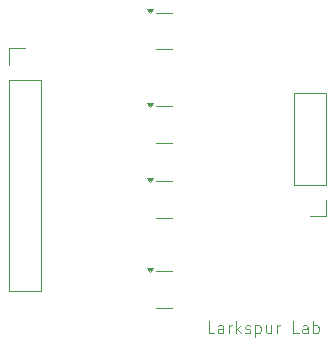
<source format=gbr>
%TF.GenerationSoftware,KiCad,Pcbnew,9.0.1*%
%TF.CreationDate,2025-07-19T07:25:43-04:00*%
%TF.ProjectId,SOT23,534f5432-332e-46b6-9963-61645f706362,rev?*%
%TF.SameCoordinates,Original*%
%TF.FileFunction,Legend,Top*%
%TF.FilePolarity,Positive*%
%FSLAX46Y46*%
G04 Gerber Fmt 4.6, Leading zero omitted, Abs format (unit mm)*
G04 Created by KiCad (PCBNEW 9.0.1) date 2025-07-19 07:25:43*
%MOMM*%
%LPD*%
G01*
G04 APERTURE LIST*
%ADD10C,0.100000*%
%ADD11C,0.120000*%
G04 APERTURE END LIST*
D10*
X154450074Y-105282419D02*
X153973884Y-105282419D01*
X153973884Y-105282419D02*
X153973884Y-104282419D01*
X155211979Y-105282419D02*
X155211979Y-104758609D01*
X155211979Y-104758609D02*
X155164360Y-104663371D01*
X155164360Y-104663371D02*
X155069122Y-104615752D01*
X155069122Y-104615752D02*
X154878646Y-104615752D01*
X154878646Y-104615752D02*
X154783408Y-104663371D01*
X155211979Y-105234800D02*
X155116741Y-105282419D01*
X155116741Y-105282419D02*
X154878646Y-105282419D01*
X154878646Y-105282419D02*
X154783408Y-105234800D01*
X154783408Y-105234800D02*
X154735789Y-105139561D01*
X154735789Y-105139561D02*
X154735789Y-105044323D01*
X154735789Y-105044323D02*
X154783408Y-104949085D01*
X154783408Y-104949085D02*
X154878646Y-104901466D01*
X154878646Y-104901466D02*
X155116741Y-104901466D01*
X155116741Y-104901466D02*
X155211979Y-104853847D01*
X155688170Y-105282419D02*
X155688170Y-104615752D01*
X155688170Y-104806228D02*
X155735789Y-104710990D01*
X155735789Y-104710990D02*
X155783408Y-104663371D01*
X155783408Y-104663371D02*
X155878646Y-104615752D01*
X155878646Y-104615752D02*
X155973884Y-104615752D01*
X156307218Y-105282419D02*
X156307218Y-104282419D01*
X156402456Y-104901466D02*
X156688170Y-105282419D01*
X156688170Y-104615752D02*
X156307218Y-104996704D01*
X157069123Y-105234800D02*
X157164361Y-105282419D01*
X157164361Y-105282419D02*
X157354837Y-105282419D01*
X157354837Y-105282419D02*
X157450075Y-105234800D01*
X157450075Y-105234800D02*
X157497694Y-105139561D01*
X157497694Y-105139561D02*
X157497694Y-105091942D01*
X157497694Y-105091942D02*
X157450075Y-104996704D01*
X157450075Y-104996704D02*
X157354837Y-104949085D01*
X157354837Y-104949085D02*
X157211980Y-104949085D01*
X157211980Y-104949085D02*
X157116742Y-104901466D01*
X157116742Y-104901466D02*
X157069123Y-104806228D01*
X157069123Y-104806228D02*
X157069123Y-104758609D01*
X157069123Y-104758609D02*
X157116742Y-104663371D01*
X157116742Y-104663371D02*
X157211980Y-104615752D01*
X157211980Y-104615752D02*
X157354837Y-104615752D01*
X157354837Y-104615752D02*
X157450075Y-104663371D01*
X157926266Y-104615752D02*
X157926266Y-105615752D01*
X157926266Y-104663371D02*
X158021504Y-104615752D01*
X158021504Y-104615752D02*
X158211980Y-104615752D01*
X158211980Y-104615752D02*
X158307218Y-104663371D01*
X158307218Y-104663371D02*
X158354837Y-104710990D01*
X158354837Y-104710990D02*
X158402456Y-104806228D01*
X158402456Y-104806228D02*
X158402456Y-105091942D01*
X158402456Y-105091942D02*
X158354837Y-105187180D01*
X158354837Y-105187180D02*
X158307218Y-105234800D01*
X158307218Y-105234800D02*
X158211980Y-105282419D01*
X158211980Y-105282419D02*
X158021504Y-105282419D01*
X158021504Y-105282419D02*
X157926266Y-105234800D01*
X159259599Y-104615752D02*
X159259599Y-105282419D01*
X158831028Y-104615752D02*
X158831028Y-105139561D01*
X158831028Y-105139561D02*
X158878647Y-105234800D01*
X158878647Y-105234800D02*
X158973885Y-105282419D01*
X158973885Y-105282419D02*
X159116742Y-105282419D01*
X159116742Y-105282419D02*
X159211980Y-105234800D01*
X159211980Y-105234800D02*
X159259599Y-105187180D01*
X159735790Y-105282419D02*
X159735790Y-104615752D01*
X159735790Y-104806228D02*
X159783409Y-104710990D01*
X159783409Y-104710990D02*
X159831028Y-104663371D01*
X159831028Y-104663371D02*
X159926266Y-104615752D01*
X159926266Y-104615752D02*
X160021504Y-104615752D01*
X161592933Y-105282419D02*
X161116743Y-105282419D01*
X161116743Y-105282419D02*
X161116743Y-104282419D01*
X162354838Y-105282419D02*
X162354838Y-104758609D01*
X162354838Y-104758609D02*
X162307219Y-104663371D01*
X162307219Y-104663371D02*
X162211981Y-104615752D01*
X162211981Y-104615752D02*
X162021505Y-104615752D01*
X162021505Y-104615752D02*
X161926267Y-104663371D01*
X162354838Y-105234800D02*
X162259600Y-105282419D01*
X162259600Y-105282419D02*
X162021505Y-105282419D01*
X162021505Y-105282419D02*
X161926267Y-105234800D01*
X161926267Y-105234800D02*
X161878648Y-105139561D01*
X161878648Y-105139561D02*
X161878648Y-105044323D01*
X161878648Y-105044323D02*
X161926267Y-104949085D01*
X161926267Y-104949085D02*
X162021505Y-104901466D01*
X162021505Y-104901466D02*
X162259600Y-104901466D01*
X162259600Y-104901466D02*
X162354838Y-104853847D01*
X162831029Y-105282419D02*
X162831029Y-104282419D01*
X162831029Y-104663371D02*
X162926267Y-104615752D01*
X162926267Y-104615752D02*
X163116743Y-104615752D01*
X163116743Y-104615752D02*
X163211981Y-104663371D01*
X163211981Y-104663371D02*
X163259600Y-104710990D01*
X163259600Y-104710990D02*
X163307219Y-104806228D01*
X163307219Y-104806228D02*
X163307219Y-105091942D01*
X163307219Y-105091942D02*
X163259600Y-105187180D01*
X163259600Y-105187180D02*
X163211981Y-105234800D01*
X163211981Y-105234800D02*
X163116743Y-105282419D01*
X163116743Y-105282419D02*
X162926267Y-105282419D01*
X162926267Y-105282419D02*
X162831029Y-105234800D01*
D11*
%TO.C,J1*%
X137050000Y-81170000D02*
X138430000Y-81170000D01*
X137050000Y-82550000D02*
X137050000Y-81170000D01*
X137050000Y-83820000D02*
X137050000Y-101710000D01*
X137050000Y-83820000D02*
X139810000Y-83820000D01*
X137050000Y-101710000D02*
X139810000Y-101710000D01*
X139810000Y-83820000D02*
X139810000Y-101710000D01*
%TO.C,Q4*%
X150192500Y-100040000D02*
X149542500Y-100040000D01*
X150192500Y-100040000D02*
X150842500Y-100040000D01*
X150192500Y-103160000D02*
X149542500Y-103160000D01*
X150192500Y-103160000D02*
X150842500Y-103160000D01*
X149030000Y-100090000D02*
X148790000Y-99760000D01*
X149270000Y-99760000D01*
X149030000Y-100090000D01*
G36*
X149030000Y-100090000D02*
G01*
X148790000Y-99760000D01*
X149270000Y-99760000D01*
X149030000Y-100090000D01*
G37*
%TO.C,Q3*%
X150192500Y-92420000D02*
X149542500Y-92420000D01*
X150192500Y-92420000D02*
X150842500Y-92420000D01*
X150192500Y-95540000D02*
X149542500Y-95540000D01*
X150192500Y-95540000D02*
X150842500Y-95540000D01*
X149030000Y-92470000D02*
X148790000Y-92140000D01*
X149270000Y-92140000D01*
X149030000Y-92470000D01*
G36*
X149030000Y-92470000D02*
G01*
X148790000Y-92140000D01*
X149270000Y-92140000D01*
X149030000Y-92470000D01*
G37*
%TO.C,Q2*%
X150192500Y-86070000D02*
X149542500Y-86070000D01*
X150192500Y-86070000D02*
X150842500Y-86070000D01*
X150192500Y-89190000D02*
X149542500Y-89190000D01*
X150192500Y-89190000D02*
X150842500Y-89190000D01*
X149030000Y-86120000D02*
X148790000Y-85790000D01*
X149270000Y-85790000D01*
X149030000Y-86120000D01*
G36*
X149030000Y-86120000D02*
G01*
X148790000Y-85790000D01*
X149270000Y-85790000D01*
X149030000Y-86120000D01*
G37*
%TO.C,Q1*%
X150192500Y-78130000D02*
X149542500Y-78130000D01*
X150192500Y-78130000D02*
X150842500Y-78130000D01*
X150192500Y-81250000D02*
X149542500Y-81250000D01*
X150192500Y-81250000D02*
X150842500Y-81250000D01*
X149030000Y-78180000D02*
X148790000Y-77850000D01*
X149270000Y-77850000D01*
X149030000Y-78180000D01*
G36*
X149030000Y-78180000D02*
G01*
X148790000Y-77850000D01*
X149270000Y-77850000D01*
X149030000Y-78180000D01*
G37*
%TO.C,J2*%
X163940000Y-95360000D02*
X162560000Y-95360000D01*
X163940000Y-93980000D02*
X163940000Y-95360000D01*
X163940000Y-92710000D02*
X163940000Y-84980000D01*
X163940000Y-92710000D02*
X161180000Y-92710000D01*
X163940000Y-84980000D02*
X161180000Y-84980000D01*
X161180000Y-92710000D02*
X161180000Y-84980000D01*
%TD*%
M02*

</source>
